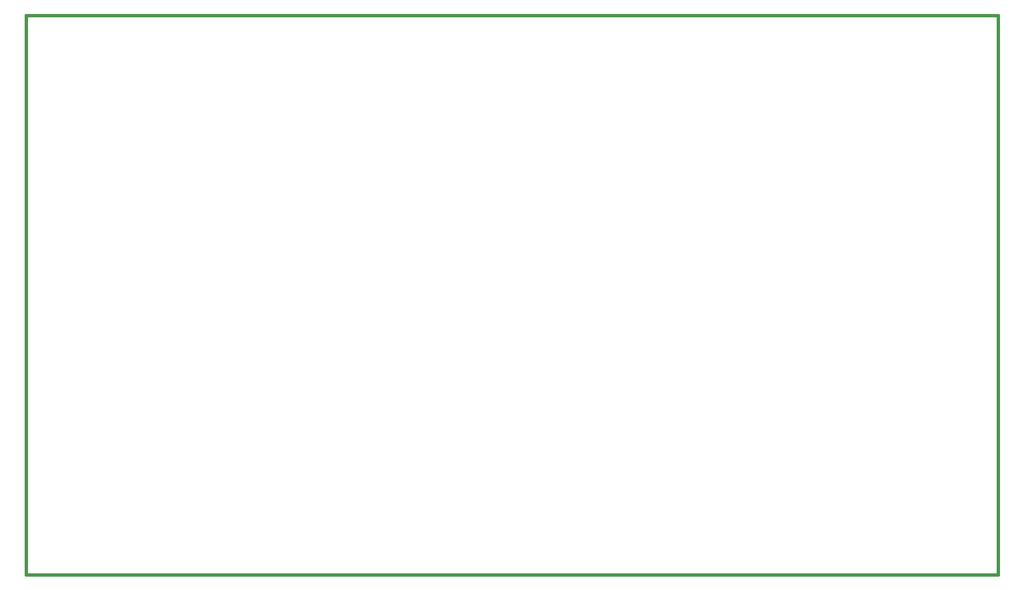
<source format=gbr>
G04 (created by PCBNEW-RS274X (2011-05-25)-stable) date Sun 18 Dec 2011 08:59:16 PM CET*
G01*
G70*
G90*
%MOIN*%
G04 Gerber Fmt 3.4, Leading zero omitted, Abs format*
%FSLAX34Y34*%
G04 APERTURE LIST*
%ADD10C,0.006000*%
%ADD11C,0.015000*%
G04 APERTURE END LIST*
G54D10*
G54D11*
X89961Y-19685D02*
X89961Y-21063D01*
X41339Y-19685D02*
X89961Y-19685D01*
X41339Y-47638D02*
X41339Y-19685D01*
X89961Y-47638D02*
X41339Y-47638D01*
X89961Y-21063D02*
X89961Y-47638D01*
M02*

</source>
